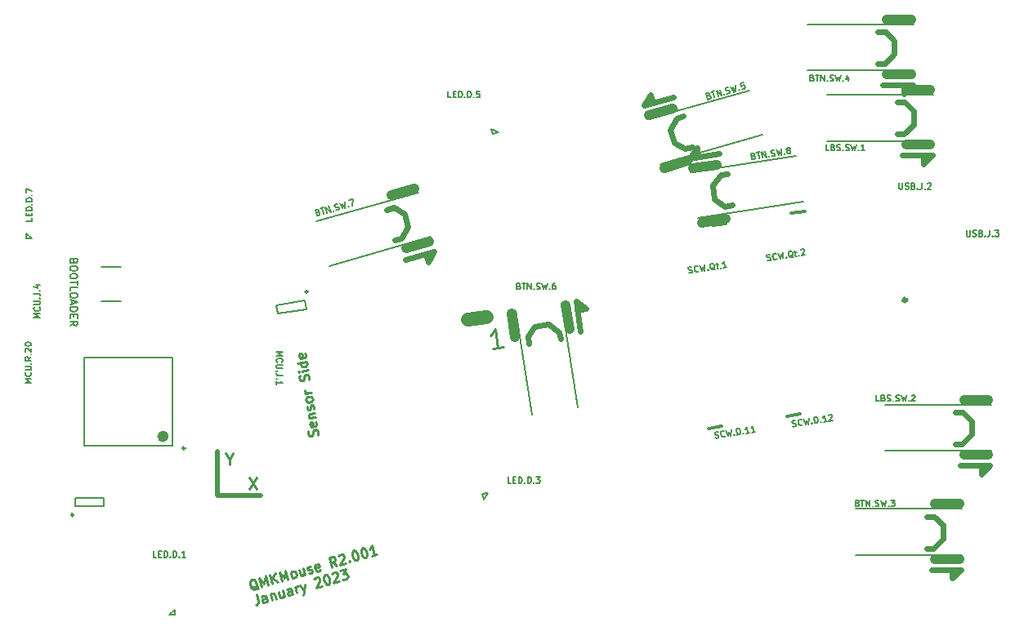
<source format=gbr>
%TF.GenerationSoftware,KiCad,Pcbnew,(6.0.10)*%
%TF.CreationDate,2023-01-19T11:38:05+01:00*%
%TF.ProjectId,QMKMouse,514d4b4d-6f75-4736-952e-6b696361645f,2.001*%
%TF.SameCoordinates,PX5c0b167PY839143b*%
%TF.FileFunction,Legend,Top*%
%TF.FilePolarity,Positive*%
%FSLAX45Y45*%
G04 Gerber Fmt 4.5, Leading zero omitted, Abs format (unit mm)*
G04 Created by KiCad (PCBNEW (6.0.10)) date 2023-01-19 11:38:05*
%MOMM*%
%LPD*%
G01*
G04 APERTURE LIST*
%ADD10C,0.190500*%
%ADD11C,0.250000*%
%ADD12C,0.158750*%
%ADD13C,0.150000*%
%ADD14C,0.254000*%
%ADD15C,0.500000*%
%ADD16C,0.600000*%
%ADD17C,1.000000*%
%ADD18C,0.200000*%
%ADD19C,0.300000*%
%ADD20C,1.400000*%
G04 APERTURE END LIST*
D10*
X655868Y4064074D02*
X652239Y4053189D01*
X648611Y4049560D01*
X641354Y4045931D01*
X630468Y4045931D01*
X623211Y4049560D01*
X619582Y4053189D01*
X615954Y4060446D01*
X615954Y4089474D01*
X692154Y4089474D01*
X692154Y4064074D01*
X688525Y4056817D01*
X684896Y4053189D01*
X677639Y4049560D01*
X670382Y4049560D01*
X663125Y4053189D01*
X659496Y4056817D01*
X655868Y4064074D01*
X655868Y4089474D01*
X692154Y3998760D02*
X692154Y3984246D01*
X688525Y3976989D01*
X681268Y3969731D01*
X666754Y3966103D01*
X641354Y3966103D01*
X626839Y3969731D01*
X619582Y3976989D01*
X615954Y3984246D01*
X615954Y3998760D01*
X619582Y4006017D01*
X626839Y4013274D01*
X641354Y4016903D01*
X666754Y4016903D01*
X681268Y4013274D01*
X688525Y4006017D01*
X692154Y3998760D01*
X692154Y3918931D02*
X692154Y3904417D01*
X688525Y3897160D01*
X681268Y3889903D01*
X666754Y3886274D01*
X641354Y3886274D01*
X626839Y3889903D01*
X619582Y3897160D01*
X615954Y3904417D01*
X615954Y3918931D01*
X619582Y3926189D01*
X626839Y3933446D01*
X641354Y3937074D01*
X666754Y3937074D01*
X681268Y3933446D01*
X688525Y3926189D01*
X692154Y3918931D01*
X692154Y3864503D02*
X692154Y3820960D01*
X615954Y3842731D02*
X692154Y3842731D01*
X615954Y3759274D02*
X615954Y3795560D01*
X692154Y3795560D01*
X692154Y3719360D02*
X692154Y3704846D01*
X688525Y3697589D01*
X681268Y3690331D01*
X666754Y3686703D01*
X641354Y3686703D01*
X626839Y3690331D01*
X619582Y3697589D01*
X615954Y3704846D01*
X615954Y3719360D01*
X619582Y3726617D01*
X626839Y3733874D01*
X641354Y3737503D01*
X666754Y3737503D01*
X681268Y3733874D01*
X688525Y3726617D01*
X692154Y3719360D01*
X637725Y3657674D02*
X637725Y3621389D01*
X615954Y3664931D02*
X692154Y3639531D01*
X615954Y3614131D01*
X615954Y3588731D02*
X692154Y3588731D01*
X692154Y3570589D01*
X688525Y3559703D01*
X681268Y3552446D01*
X674011Y3548817D01*
X659496Y3545189D01*
X648611Y3545189D01*
X634096Y3548817D01*
X626839Y3552446D01*
X619582Y3559703D01*
X615954Y3570589D01*
X615954Y3588731D01*
X655868Y3512531D02*
X655868Y3487131D01*
X615954Y3476246D02*
X615954Y3512531D01*
X692154Y3512531D01*
X692154Y3476246D01*
X615954Y3400046D02*
X652239Y3425446D01*
X615954Y3443589D02*
X692154Y3443589D01*
X692154Y3414560D01*
X688525Y3407303D01*
X684896Y3403674D01*
X677639Y3400046D01*
X666754Y3400046D01*
X659496Y3403674D01*
X655868Y3407303D01*
X652239Y3414560D01*
X652239Y3443589D01*
D11*
X2569881Y669485D02*
X2559417Y671458D01*
X2547650Y678011D01*
X2530000Y687841D01*
X2519536Y689814D01*
X2510376Y687207D01*
X2521474Y665610D02*
X2511010Y667583D01*
X2499243Y674136D01*
X2489449Y691153D01*
X2480324Y723213D01*
X2479690Y742836D01*
X2486243Y754603D01*
X2494100Y761790D01*
X2512420Y767004D01*
X2522883Y765031D01*
X2534650Y758478D01*
X2544444Y741462D01*
X2553569Y709402D01*
X2554203Y689778D01*
X2547650Y678011D01*
X2539794Y670824D01*
X2521474Y665610D01*
X2603914Y689074D02*
X2576540Y785254D01*
X2628153Y725678D01*
X2640660Y803503D01*
X2668034Y707323D01*
X2713834Y720358D02*
X2686460Y816539D01*
X2768795Y736001D02*
X2711932Y779229D01*
X2741420Y832181D02*
X2702103Y761578D01*
X2810015Y747732D02*
X2782641Y843913D01*
X2834254Y784337D01*
X2846761Y862162D01*
X2874135Y765982D01*
X2933675Y782928D02*
X2923211Y784900D01*
X2917328Y788177D01*
X2910141Y796033D01*
X2902320Y823514D01*
X2904293Y833977D01*
X2907569Y839861D01*
X2915426Y847048D01*
X2929166Y850958D01*
X2939629Y848985D01*
X2945513Y845709D01*
X2952700Y837852D01*
X2960521Y810372D01*
X2958548Y799909D01*
X2955272Y794025D01*
X2947415Y786838D01*
X2933675Y782928D01*
X3029926Y879636D02*
X3048175Y815516D01*
X2988706Y867904D02*
X3003045Y817524D01*
X3010232Y809668D01*
X3020695Y807695D01*
X3034435Y811605D01*
X3042292Y818792D01*
X3045568Y824676D01*
X3088092Y831828D02*
X3098556Y829855D01*
X3116876Y835069D01*
X3124732Y842256D01*
X3126705Y852719D01*
X3125402Y857299D01*
X3118215Y865156D01*
X3107751Y867129D01*
X3094011Y863218D01*
X3083547Y865191D01*
X3076360Y873048D01*
X3075057Y877628D01*
X3077030Y888091D01*
X3084886Y895278D01*
X3098626Y899189D01*
X3109090Y897216D01*
X3207172Y865719D02*
X3199316Y858532D01*
X3180996Y853318D01*
X3170532Y855291D01*
X3163345Y863148D01*
X3152917Y899788D01*
X3154890Y910251D01*
X3162746Y917438D01*
X3181067Y922652D01*
X3191530Y920679D01*
X3198717Y912823D01*
X3201324Y903663D01*
X3158131Y881468D01*
X3382517Y910673D02*
X3337421Y947349D01*
X3327556Y895031D02*
X3300182Y991211D01*
X3336822Y1001640D01*
X3347286Y999667D01*
X3353170Y996390D01*
X3360357Y988534D01*
X3364267Y974794D01*
X3362294Y964330D01*
X3359018Y958446D01*
X3351161Y951259D01*
X3314521Y940831D01*
X3394390Y1008122D02*
X3397666Y1014005D01*
X3405523Y1021192D01*
X3428423Y1027710D01*
X3438886Y1025737D01*
X3444770Y1022461D01*
X3451957Y1014604D01*
X3454564Y1005444D01*
X3453895Y990401D01*
X3414577Y919798D01*
X3474117Y936744D01*
X3512730Y957636D02*
X3518614Y954359D01*
X3515337Y948476D01*
X3509454Y951752D01*
X3512730Y957636D01*
X3515337Y948476D01*
X3552083Y1062906D02*
X3561243Y1065513D01*
X3571707Y1063540D01*
X3577590Y1060263D01*
X3584777Y1052407D01*
X3594572Y1035390D01*
X3601089Y1012490D01*
X3601723Y992866D01*
X3599750Y982403D01*
X3596474Y976519D01*
X3588617Y969332D01*
X3579457Y966725D01*
X3568994Y968698D01*
X3563110Y971975D01*
X3555923Y979831D01*
X3546129Y996848D01*
X3539611Y1019748D01*
X3538977Y1039371D01*
X3540950Y1049835D01*
X3544227Y1055718D01*
X3552083Y1062906D01*
X3643684Y1088976D02*
X3652844Y1091583D01*
X3663307Y1089610D01*
X3669191Y1086334D01*
X3676378Y1078477D01*
X3686172Y1061461D01*
X3692690Y1038560D01*
X3693324Y1018937D01*
X3691351Y1008473D01*
X3688074Y1002590D01*
X3680218Y995403D01*
X3671058Y992796D01*
X3660594Y994769D01*
X3654711Y998045D01*
X3647523Y1005902D01*
X3637729Y1022918D01*
X3631212Y1045818D01*
X3630578Y1065442D01*
X3632551Y1075905D01*
X3635827Y1081789D01*
X3643684Y1088976D01*
X3794718Y1027991D02*
X3739758Y1012349D01*
X3767238Y1020170D02*
X3739864Y1116350D01*
X3734614Y1100003D01*
X3728061Y1088236D01*
X3720205Y1081049D01*
X2547332Y609547D02*
X2566885Y540847D01*
X2566215Y525803D01*
X2559662Y514036D01*
X2547226Y505545D01*
X2538066Y502938D01*
X2661726Y538134D02*
X2647387Y588514D01*
X2640200Y596370D01*
X2629737Y598343D01*
X2611417Y593129D01*
X2603560Y585942D01*
X2660423Y542714D02*
X2652566Y535527D01*
X2629666Y529009D01*
X2619203Y530982D01*
X2612016Y538839D01*
X2609408Y547999D01*
X2611381Y558462D01*
X2619238Y565649D01*
X2642138Y572167D01*
X2649995Y579354D01*
X2689277Y615289D02*
X2707526Y551169D01*
X2691884Y606129D02*
X2695161Y612013D01*
X2703017Y619200D01*
X2716757Y623110D01*
X2727221Y621137D01*
X2734408Y613281D01*
X2748747Y562901D01*
X2817517Y651788D02*
X2835767Y587668D01*
X2776297Y640056D02*
X2790636Y589676D01*
X2797823Y581820D01*
X2808287Y579847D01*
X2822027Y583757D01*
X2829883Y590944D01*
X2833160Y596828D01*
X2922787Y612435D02*
X2908448Y662815D01*
X2901261Y670672D01*
X2890798Y672645D01*
X2872478Y667430D01*
X2864621Y660243D01*
X2921484Y617015D02*
X2913627Y609828D01*
X2890727Y603310D01*
X2880263Y605283D01*
X2873076Y613140D01*
X2870469Y622300D01*
X2872442Y632763D01*
X2880299Y639950D01*
X2903199Y646468D01*
X2911055Y653655D01*
X2968587Y625470D02*
X2950338Y689590D01*
X2955552Y671270D02*
X2957525Y681734D01*
X2960801Y687617D01*
X2968658Y694805D01*
X2977818Y697412D01*
X3000718Y703929D02*
X3041868Y646327D01*
X3046518Y716964D02*
X3041868Y646327D01*
X3039225Y620819D01*
X3035949Y614936D01*
X3028092Y607749D01*
X3145341Y769846D02*
X3148617Y775729D01*
X3156474Y782916D01*
X3179374Y789434D01*
X3189838Y787461D01*
X3195721Y784184D01*
X3202908Y776328D01*
X3205515Y767168D01*
X3204846Y752124D01*
X3165528Y681522D01*
X3225068Y698468D01*
X3257234Y811594D02*
X3266394Y814201D01*
X3276858Y812228D01*
X3282741Y808952D01*
X3289929Y801095D01*
X3299723Y784078D01*
X3306240Y761178D01*
X3306874Y741555D01*
X3304901Y731091D01*
X3301625Y725208D01*
X3293768Y718021D01*
X3284608Y715414D01*
X3274145Y717387D01*
X3268261Y720663D01*
X3261074Y728520D01*
X3251280Y745536D01*
X3244762Y768436D01*
X3244128Y788060D01*
X3246101Y798523D01*
X3249378Y804407D01*
X3257234Y811594D01*
X3328542Y821987D02*
X3331818Y827870D01*
X3339675Y835057D01*
X3362575Y841575D01*
X3373038Y839602D01*
X3378922Y836326D01*
X3386109Y828469D01*
X3388716Y819309D01*
X3388046Y804265D01*
X3348729Y733663D01*
X3408269Y750609D01*
X3412955Y855914D02*
X3472495Y872860D01*
X3450863Y827095D01*
X3464603Y831005D01*
X3475067Y829033D01*
X3480950Y825756D01*
X3488137Y817900D01*
X3494655Y794999D01*
X3492682Y784536D01*
X3489406Y778652D01*
X3481549Y771465D01*
X3454069Y763644D01*
X3443605Y765617D01*
X3437722Y768894D01*
D12*
%TO.C,MCU.J.1*%
X2754904Y3129876D02*
X2818404Y3129876D01*
X2773047Y3108709D01*
X2818404Y3087543D01*
X2754904Y3087543D01*
X2760952Y3021019D02*
X2757928Y3024043D01*
X2754904Y3033114D01*
X2754904Y3039162D01*
X2757928Y3048233D01*
X2763976Y3054281D01*
X2770023Y3057304D01*
X2782119Y3060328D01*
X2791190Y3060328D01*
X2803285Y3057304D01*
X2809333Y3054281D01*
X2815380Y3048233D01*
X2818404Y3039162D01*
X2818404Y3033114D01*
X2815380Y3024043D01*
X2812357Y3021019D01*
X2818404Y2993804D02*
X2767000Y2993804D01*
X2760952Y2990781D01*
X2757928Y2987757D01*
X2754904Y2981709D01*
X2754904Y2969614D01*
X2757928Y2963566D01*
X2760952Y2960543D01*
X2767000Y2957519D01*
X2818404Y2957519D01*
X2760952Y2927281D02*
X2757928Y2924257D01*
X2754904Y2927281D01*
X2757928Y2930304D01*
X2760952Y2927281D01*
X2754904Y2927281D01*
X2818404Y2878900D02*
X2773047Y2878900D01*
X2763976Y2881924D01*
X2757928Y2887971D01*
X2754904Y2897043D01*
X2754904Y2903090D01*
X2760952Y2848662D02*
X2757928Y2845638D01*
X2754904Y2848662D01*
X2757928Y2851685D01*
X2760952Y2848662D01*
X2754904Y2848662D01*
X2754904Y2785162D02*
X2754904Y2821447D01*
X2754904Y2803304D02*
X2818404Y2803304D01*
X2809333Y2809352D01*
X2803285Y2815400D01*
X2800261Y2821447D01*
D13*
%TO.C,HOLE.1*%
D12*
%TO.C,USB.J.3*%
X9905371Y4388404D02*
X9905371Y4336999D01*
X9908395Y4330952D01*
X9911419Y4327928D01*
X9917466Y4324904D01*
X9929562Y4324904D01*
X9935609Y4327928D01*
X9938633Y4330952D01*
X9941657Y4336999D01*
X9941657Y4388404D01*
X9968871Y4327928D02*
X9977943Y4324904D01*
X9993062Y4324904D01*
X9999109Y4327928D01*
X10002133Y4330952D01*
X10005157Y4336999D01*
X10005157Y4343047D01*
X10002133Y4349095D01*
X9999109Y4352118D01*
X9993062Y4355142D01*
X9980966Y4358166D01*
X9974919Y4361190D01*
X9971895Y4364214D01*
X9968871Y4370261D01*
X9968871Y4376309D01*
X9971895Y4382356D01*
X9974919Y4385380D01*
X9980966Y4388404D01*
X9996085Y4388404D01*
X10005157Y4385380D01*
X10053538Y4358166D02*
X10062609Y4355142D01*
X10065633Y4352118D01*
X10068657Y4346071D01*
X10068657Y4336999D01*
X10065633Y4330952D01*
X10062609Y4327928D01*
X10056562Y4324904D01*
X10032371Y4324904D01*
X10032371Y4388404D01*
X10053538Y4388404D01*
X10059585Y4385380D01*
X10062609Y4382357D01*
X10065633Y4376309D01*
X10065633Y4370261D01*
X10062609Y4364214D01*
X10059585Y4361190D01*
X10053538Y4358166D01*
X10032371Y4358166D01*
X10095871Y4330952D02*
X10098895Y4327928D01*
X10095871Y4324904D01*
X10092847Y4327928D01*
X10095871Y4330952D01*
X10095871Y4324904D01*
X10144252Y4388404D02*
X10144252Y4343047D01*
X10141228Y4333976D01*
X10135181Y4327928D01*
X10126109Y4324904D01*
X10120062Y4324904D01*
X10174490Y4330952D02*
X10177514Y4327928D01*
X10174490Y4324904D01*
X10171466Y4327928D01*
X10174490Y4330952D01*
X10174490Y4324904D01*
X10198681Y4388404D02*
X10237990Y4388404D01*
X10216823Y4364214D01*
X10225895Y4364214D01*
X10231942Y4361190D01*
X10234966Y4358166D01*
X10237990Y4352119D01*
X10237990Y4337000D01*
X10234966Y4330952D01*
X10231943Y4327928D01*
X10225895Y4324904D01*
X10207752Y4324904D01*
X10201704Y4327928D01*
X10198681Y4330952D01*
D14*
%TO.C,MCH.LOGO.2*%
X2267939Y2012857D02*
X2267939Y1955714D01*
X2227939Y2075714D02*
X2267939Y2012857D01*
X2307939Y2075714D01*
X2473653Y1825714D02*
X2553653Y1705714D01*
X2553653Y1825714D02*
X2473653Y1705714D01*
D12*
%TO.C,LBS.SW.2*%
X9000527Y2614904D02*
X8970289Y2614904D01*
X8970289Y2678404D01*
X9042861Y2648166D02*
X9051932Y2645143D01*
X9054956Y2642119D01*
X9057980Y2636071D01*
X9057980Y2627000D01*
X9054956Y2620952D01*
X9051932Y2617928D01*
X9045885Y2614904D01*
X9021694Y2614904D01*
X9021694Y2678404D01*
X9042861Y2678404D01*
X9048908Y2675381D01*
X9051932Y2672357D01*
X9054956Y2666309D01*
X9054956Y2660262D01*
X9051932Y2654214D01*
X9048908Y2651190D01*
X9042861Y2648166D01*
X9021694Y2648166D01*
X9082170Y2617928D02*
X9091242Y2614904D01*
X9106361Y2614904D01*
X9112408Y2617928D01*
X9115432Y2620952D01*
X9118456Y2627000D01*
X9118456Y2633047D01*
X9115432Y2639095D01*
X9112408Y2642119D01*
X9106361Y2645143D01*
X9094266Y2648166D01*
X9088218Y2651190D01*
X9085194Y2654214D01*
X9082170Y2660262D01*
X9082170Y2666309D01*
X9085194Y2672357D01*
X9088218Y2675381D01*
X9094266Y2678404D01*
X9109385Y2678404D01*
X9118456Y2675381D01*
X9145670Y2620952D02*
X9148694Y2617928D01*
X9145670Y2614904D01*
X9142647Y2617928D01*
X9145670Y2620952D01*
X9145670Y2614904D01*
X9172885Y2617928D02*
X9181956Y2614904D01*
X9197075Y2614904D01*
X9203123Y2617928D01*
X9206147Y2620952D01*
X9209170Y2627000D01*
X9209170Y2633047D01*
X9206147Y2639095D01*
X9203123Y2642119D01*
X9197075Y2645143D01*
X9184980Y2648166D01*
X9178932Y2651190D01*
X9175908Y2654214D01*
X9172885Y2660262D01*
X9172885Y2666309D01*
X9175908Y2672357D01*
X9178932Y2675381D01*
X9184980Y2678404D01*
X9200099Y2678404D01*
X9209170Y2675381D01*
X9230337Y2678404D02*
X9245456Y2614904D01*
X9257551Y2660262D01*
X9269647Y2614904D01*
X9284766Y2678404D01*
X9308956Y2620952D02*
X9311980Y2617928D01*
X9308956Y2614904D01*
X9305932Y2617928D01*
X9308956Y2620952D01*
X9308956Y2614904D01*
X9336170Y2672357D02*
X9339194Y2675381D01*
X9345242Y2678404D01*
X9360361Y2678404D01*
X9366408Y2675381D01*
X9369432Y2672357D01*
X9372456Y2666309D01*
X9372456Y2660262D01*
X9369432Y2651190D01*
X9333147Y2614904D01*
X9372456Y2614904D01*
%TO.C,BTN.SW.6*%
X5265018Y3808166D02*
X5274090Y3805142D01*
X5277114Y3802118D01*
X5280137Y3796071D01*
X5280137Y3786999D01*
X5277114Y3780952D01*
X5274090Y3777928D01*
X5268042Y3774904D01*
X5243852Y3774904D01*
X5243852Y3838404D01*
X5265018Y3838404D01*
X5271066Y3835380D01*
X5274090Y3832357D01*
X5277114Y3826309D01*
X5277114Y3820261D01*
X5274090Y3814214D01*
X5271066Y3811190D01*
X5265018Y3808166D01*
X5243852Y3808166D01*
X5298280Y3838404D02*
X5334566Y3838404D01*
X5316423Y3774904D02*
X5316423Y3838404D01*
X5355733Y3774904D02*
X5355733Y3838404D01*
X5392018Y3774904D01*
X5392018Y3838404D01*
X5422256Y3780952D02*
X5425280Y3777928D01*
X5422256Y3774904D01*
X5419233Y3777928D01*
X5422256Y3780952D01*
X5422256Y3774904D01*
X5449471Y3777928D02*
X5458542Y3774904D01*
X5473661Y3774904D01*
X5479709Y3777928D01*
X5482733Y3780952D01*
X5485756Y3786999D01*
X5485756Y3793047D01*
X5482733Y3799095D01*
X5479709Y3802118D01*
X5473661Y3805142D01*
X5461566Y3808166D01*
X5455518Y3811190D01*
X5452494Y3814214D01*
X5449471Y3820261D01*
X5449471Y3826309D01*
X5452494Y3832357D01*
X5455518Y3835380D01*
X5461566Y3838404D01*
X5476685Y3838404D01*
X5485756Y3835380D01*
X5506923Y3838404D02*
X5522042Y3774904D01*
X5534137Y3820261D01*
X5546233Y3774904D01*
X5561352Y3838404D01*
X5585542Y3780952D02*
X5588566Y3777928D01*
X5585542Y3774904D01*
X5582518Y3777928D01*
X5585542Y3780952D01*
X5585542Y3774904D01*
X5642994Y3838404D02*
X5630899Y3838404D01*
X5624851Y3835380D01*
X5621828Y3832357D01*
X5615780Y3823285D01*
X5612756Y3811190D01*
X5612756Y3786999D01*
X5615780Y3780952D01*
X5618804Y3777928D01*
X5624851Y3774904D01*
X5636947Y3774904D01*
X5642994Y3777928D01*
X5646018Y3780952D01*
X5649042Y3786999D01*
X5649042Y3802118D01*
X5646018Y3808166D01*
X5642994Y3811190D01*
X5636947Y3814214D01*
X5624851Y3814214D01*
X5618804Y3811190D01*
X5615780Y3808166D01*
X5612756Y3802118D01*
%TO.C,MCU.J.4*%
X305095Y3481487D02*
X241595Y3481487D01*
X286953Y3502653D01*
X241595Y3523820D01*
X305095Y3523820D01*
X299048Y3590344D02*
X302072Y3587320D01*
X305095Y3578249D01*
X305095Y3572201D01*
X302072Y3563130D01*
X296024Y3557082D01*
X289976Y3554058D01*
X277881Y3551034D01*
X268810Y3551034D01*
X256714Y3554058D01*
X250667Y3557082D01*
X244619Y3563130D01*
X241595Y3572201D01*
X241595Y3578249D01*
X244619Y3587320D01*
X247643Y3590344D01*
X241595Y3617558D02*
X293000Y3617558D01*
X299048Y3620582D01*
X302072Y3623606D01*
X305095Y3629653D01*
X305095Y3641749D01*
X302072Y3647796D01*
X299048Y3650820D01*
X293000Y3653844D01*
X241595Y3653844D01*
X299048Y3684082D02*
X302072Y3687106D01*
X305095Y3684082D01*
X302072Y3681058D01*
X299048Y3684082D01*
X305095Y3684082D01*
X241595Y3732463D02*
X286953Y3732463D01*
X296024Y3729439D01*
X302072Y3723392D01*
X305095Y3714320D01*
X305095Y3708273D01*
X299048Y3762701D02*
X302072Y3765725D01*
X305095Y3762701D01*
X302072Y3759677D01*
X299048Y3762701D01*
X305095Y3762701D01*
X262762Y3820153D02*
X305095Y3820153D01*
X238572Y3805034D02*
X283929Y3789915D01*
X283929Y3829225D01*
%TO.C,USB.J.2*%
X9205019Y4878404D02*
X9205019Y4826999D01*
X9208043Y4820952D01*
X9211067Y4817928D01*
X9217115Y4814904D01*
X9229210Y4814904D01*
X9235257Y4817928D01*
X9238281Y4820952D01*
X9241305Y4826999D01*
X9241305Y4878404D01*
X9268519Y4817928D02*
X9277591Y4814904D01*
X9292710Y4814904D01*
X9298757Y4817928D01*
X9301781Y4820952D01*
X9304805Y4826999D01*
X9304805Y4833047D01*
X9301781Y4839095D01*
X9298757Y4842118D01*
X9292710Y4845142D01*
X9280614Y4848166D01*
X9274567Y4851190D01*
X9271543Y4854214D01*
X9268519Y4860261D01*
X9268519Y4866309D01*
X9271543Y4872357D01*
X9274567Y4875380D01*
X9280614Y4878404D01*
X9295733Y4878404D01*
X9304805Y4875380D01*
X9353186Y4848166D02*
X9362257Y4845142D01*
X9365281Y4842119D01*
X9368305Y4836071D01*
X9368305Y4827000D01*
X9365281Y4820952D01*
X9362257Y4817928D01*
X9356210Y4814904D01*
X9332019Y4814904D01*
X9332019Y4878404D01*
X9353186Y4878404D01*
X9359233Y4875380D01*
X9362257Y4872357D01*
X9365281Y4866309D01*
X9365281Y4860261D01*
X9362257Y4854214D01*
X9359234Y4851190D01*
X9353186Y4848166D01*
X9332019Y4848166D01*
X9395519Y4820952D02*
X9398543Y4817928D01*
X9395519Y4814904D01*
X9392495Y4817928D01*
X9395519Y4820952D01*
X9395519Y4814904D01*
X9443900Y4878404D02*
X9443900Y4833047D01*
X9440876Y4823976D01*
X9434829Y4817928D01*
X9425757Y4814904D01*
X9419710Y4814904D01*
X9474138Y4820952D02*
X9477162Y4817928D01*
X9474138Y4814904D01*
X9471115Y4817928D01*
X9474138Y4820952D01*
X9474138Y4814904D01*
X9501353Y4872357D02*
X9504376Y4875381D01*
X9510424Y4878404D01*
X9525543Y4878405D01*
X9531591Y4875381D01*
X9534614Y4872357D01*
X9537638Y4866309D01*
X9537638Y4860262D01*
X9534614Y4851190D01*
X9498329Y4814904D01*
X9537638Y4814905D01*
%TO.C,BTN.SW.8*%
X7698208Y5158155D02*
X7707638Y5156569D01*
X7711093Y5154049D01*
X7715014Y5148541D01*
X7716416Y5139578D01*
X7714363Y5133136D01*
X7711842Y5129681D01*
X7706334Y5125760D01*
X7682434Y5122023D01*
X7672625Y5184760D01*
X7693537Y5188030D01*
X7699979Y5185977D01*
X7703434Y5183457D01*
X7707356Y5177949D01*
X7708290Y5171974D01*
X7706237Y5165532D01*
X7703716Y5162077D01*
X7698208Y5158155D01*
X7677296Y5154885D01*
X7726400Y5193169D02*
X7762250Y5198774D01*
X7754135Y5133234D02*
X7744325Y5195972D01*
X7792972Y5139307D02*
X7783162Y5202044D01*
X7828822Y5144912D01*
X7819012Y5207650D01*
X7857763Y5155558D02*
X7861218Y5153038D01*
X7858697Y5149583D01*
X7855243Y5152104D01*
X7857763Y5155558D01*
X7858697Y5149583D01*
X7885118Y5156775D02*
X7894547Y5155189D01*
X7909485Y5157525D01*
X7914993Y5161447D01*
X7917513Y5164901D01*
X7919566Y5171343D01*
X7918632Y5177318D01*
X7914710Y5182826D01*
X7911256Y5185347D01*
X7904814Y5187400D01*
X7892396Y5188519D01*
X7885954Y5190572D01*
X7882500Y5193092D01*
X7878578Y5198600D01*
X7877644Y5204575D01*
X7879697Y5211017D01*
X7882217Y5214472D01*
X7887725Y5218394D01*
X7902663Y5220730D01*
X7912092Y5219143D01*
X7932538Y5225401D02*
X7957285Y5164999D01*
X7962228Y5211680D01*
X7981185Y5168736D01*
X7986313Y5233809D01*
X8019089Y5180784D02*
X8022543Y5178263D01*
X8020023Y5174809D01*
X8016568Y5177329D01*
X8019089Y5180784D01*
X8020023Y5174809D01*
X8053255Y5216731D02*
X8046813Y5218785D01*
X8043358Y5221305D01*
X8039436Y5226813D01*
X8038969Y5229800D01*
X8041022Y5236243D01*
X8043543Y5239697D01*
X8049051Y5243619D01*
X8061001Y5245488D01*
X8067443Y5243434D01*
X8070897Y5240914D01*
X8074819Y5235406D01*
X8075286Y5232419D01*
X8073233Y5225976D01*
X8070713Y5222522D01*
X8065205Y5218600D01*
X8053255Y5216731D01*
X8047747Y5212810D01*
X8045227Y5209355D01*
X8043173Y5202913D01*
X8045042Y5190963D01*
X8048964Y5185455D01*
X8052418Y5182935D01*
X8058860Y5180881D01*
X8070810Y5182750D01*
X8076318Y5186672D01*
X8078839Y5190126D01*
X8080892Y5196568D01*
X8079023Y5208518D01*
X8075102Y5214026D01*
X8071647Y5216547D01*
X8065205Y5218600D01*
%TO.C,BTN.SW.7*%
X3184791Y4575380D02*
X3194343Y4574955D01*
X3198079Y4572875D01*
X3202643Y4567886D01*
X3205126Y4559161D01*
X3203874Y4552517D01*
X3201793Y4548780D01*
X3196804Y4544217D01*
X3173538Y4537595D01*
X3156155Y4598669D01*
X3176513Y4604463D01*
X3183158Y4603211D01*
X3186894Y4601130D01*
X3191457Y4596141D01*
X3193113Y4590325D01*
X3191860Y4583680D01*
X3189780Y4579944D01*
X3184791Y4575380D01*
X3164432Y4569586D01*
X3208505Y4613569D02*
X3243404Y4623502D01*
X3243337Y4557461D02*
X3225955Y4618535D01*
X3281145Y4568221D02*
X3263763Y4629296D01*
X3316045Y4578154D01*
X3298662Y4639229D01*
X3343472Y4592248D02*
X3347209Y4590168D01*
X3345128Y4586431D01*
X3341392Y4588512D01*
X3343472Y4592248D01*
X3345128Y4586431D01*
X3370475Y4596789D02*
X3380028Y4596364D01*
X3394569Y4600503D01*
X3399558Y4605067D01*
X3401639Y4608803D01*
X3402891Y4615447D01*
X3401236Y4621264D01*
X3396672Y4626253D01*
X3392936Y4628333D01*
X3386292Y4629586D01*
X3373831Y4629184D01*
X3367186Y4630436D01*
X3363450Y4632517D01*
X3358887Y4637506D01*
X3357231Y4643322D01*
X3358484Y4649967D01*
X3360565Y4653703D01*
X3365553Y4658267D01*
X3380095Y4662405D01*
X3389648Y4661980D01*
X3409178Y4670683D02*
X3441102Y4613747D01*
X3440319Y4660683D01*
X3464369Y4620369D01*
X3461528Y4685582D01*
X3500521Y4636946D02*
X3504257Y4634866D01*
X3502177Y4631129D01*
X3498441Y4633210D01*
X3500521Y4636946D01*
X3502177Y4631129D01*
X3508061Y4698826D02*
X3548777Y4710414D01*
X3539985Y4641890D01*
%TO.C,BTN.SW.3*%
X8775856Y1558166D02*
X8784927Y1555142D01*
X8787951Y1552118D01*
X8790975Y1546071D01*
X8790975Y1536999D01*
X8787951Y1530952D01*
X8784927Y1527928D01*
X8778880Y1524904D01*
X8754689Y1524904D01*
X8754689Y1588404D01*
X8775856Y1588404D01*
X8781903Y1585380D01*
X8784927Y1582357D01*
X8787951Y1576309D01*
X8787951Y1570261D01*
X8784927Y1564214D01*
X8781903Y1561190D01*
X8775856Y1558166D01*
X8754689Y1558166D01*
X8809118Y1588404D02*
X8845403Y1588404D01*
X8827261Y1524904D02*
X8827261Y1588404D01*
X8866570Y1524904D02*
X8866570Y1588404D01*
X8902856Y1524904D01*
X8902856Y1588404D01*
X8933094Y1530952D02*
X8936118Y1527928D01*
X8933094Y1524904D01*
X8930070Y1527928D01*
X8933094Y1530952D01*
X8933094Y1524904D01*
X8960308Y1527928D02*
X8969380Y1524904D01*
X8984499Y1524904D01*
X8990546Y1527928D01*
X8993570Y1530952D01*
X8996594Y1536999D01*
X8996594Y1543047D01*
X8993570Y1549095D01*
X8990546Y1552118D01*
X8984499Y1555142D01*
X8972403Y1558166D01*
X8966356Y1561190D01*
X8963332Y1564214D01*
X8960308Y1570261D01*
X8960308Y1576309D01*
X8963332Y1582357D01*
X8966356Y1585380D01*
X8972403Y1588404D01*
X8987522Y1588404D01*
X8996594Y1585380D01*
X9017761Y1588404D02*
X9032880Y1524904D01*
X9044975Y1570261D01*
X9057070Y1524904D01*
X9072189Y1588404D01*
X9096380Y1530952D02*
X9099403Y1527928D01*
X9096380Y1524904D01*
X9093356Y1527928D01*
X9096380Y1530952D01*
X9096380Y1524904D01*
X9120570Y1588404D02*
X9159880Y1588404D01*
X9138713Y1564214D01*
X9147784Y1564214D01*
X9153832Y1561190D01*
X9156856Y1558166D01*
X9159880Y1552118D01*
X9159880Y1536999D01*
X9156856Y1530952D01*
X9153832Y1527928D01*
X9147784Y1524904D01*
X9129641Y1524904D01*
X9123594Y1527928D01*
X9120570Y1530952D01*
%TO.C,SCW.D.12*%
X8105192Y2353951D02*
X8114621Y2352365D01*
X8129559Y2354700D01*
X8135067Y2358622D01*
X8137587Y2362077D01*
X8139640Y2368519D01*
X8138706Y2374494D01*
X8134784Y2380002D01*
X8131330Y2382522D01*
X8124888Y2384575D01*
X8112470Y2385694D01*
X8106028Y2387748D01*
X8102574Y2390268D01*
X8098652Y2395776D01*
X8097718Y2401751D01*
X8099771Y2408193D01*
X8102291Y2411648D01*
X8107799Y2415569D01*
X8122737Y2417905D01*
X8132166Y2416319D01*
X8203312Y2372354D02*
X8200792Y2368899D01*
X8192297Y2364510D01*
X8186322Y2363576D01*
X8176892Y2365162D01*
X8169983Y2370203D01*
X8166061Y2375710D01*
X8161205Y2387193D01*
X8159803Y2396156D01*
X8160922Y2408573D01*
X8162976Y2415015D01*
X8168016Y2421924D01*
X8176512Y2426313D01*
X8182487Y2427248D01*
X8191916Y2425662D01*
X8195371Y2423141D01*
X8215349Y2432386D02*
X8240097Y2371984D01*
X8245040Y2418665D01*
X8263997Y2375721D01*
X8269125Y2440795D01*
X8301900Y2387769D02*
X8305355Y2385249D01*
X8302834Y2381794D01*
X8299380Y2384314D01*
X8301900Y2387769D01*
X8302834Y2381794D01*
X8332709Y2386465D02*
X8322900Y2449203D01*
X8337837Y2451539D01*
X8347267Y2449952D01*
X8354176Y2444912D01*
X8358098Y2439404D01*
X8362954Y2427921D01*
X8364355Y2418958D01*
X8363236Y2406541D01*
X8361183Y2400099D01*
X8356142Y2393190D01*
X8347647Y2388801D01*
X8332709Y2386465D01*
X8394513Y2402250D02*
X8397968Y2399730D01*
X8395447Y2396275D01*
X8391993Y2398795D01*
X8394513Y2402250D01*
X8395447Y2396275D01*
X8458185Y2406085D02*
X8422335Y2400479D01*
X8440260Y2403282D02*
X8430450Y2466020D01*
X8425877Y2456123D01*
X8420836Y2449214D01*
X8415328Y2445292D01*
X8473210Y2466585D02*
X8475730Y2470039D01*
X8481238Y2473961D01*
X8496175Y2476297D01*
X8502617Y2474243D01*
X8506072Y2471723D01*
X8509994Y2466215D01*
X8510928Y2460240D01*
X8509342Y2450810D01*
X8479098Y2409355D01*
X8517935Y2415427D01*
%TO.C,LED.D.7*%
X224787Y4515871D02*
X224787Y4485633D01*
X161287Y4485633D01*
X191525Y4537037D02*
X191525Y4558204D01*
X224787Y4567276D02*
X224787Y4537037D01*
X161287Y4537037D01*
X161287Y4567276D01*
X224787Y4594490D02*
X161287Y4594490D01*
X161287Y4609609D01*
X164311Y4618680D01*
X170359Y4624728D01*
X176406Y4627752D01*
X188501Y4630776D01*
X197573Y4630776D01*
X209668Y4627752D01*
X215716Y4624728D01*
X221763Y4618680D01*
X224787Y4609609D01*
X224787Y4594490D01*
X218739Y4657990D02*
X221763Y4661014D01*
X224787Y4657990D01*
X221763Y4654966D01*
X218739Y4657990D01*
X224787Y4657990D01*
X224787Y4688228D02*
X161287Y4688228D01*
X161287Y4703347D01*
X164311Y4712418D01*
X170359Y4718466D01*
X176406Y4721490D01*
X188501Y4724514D01*
X197573Y4724514D01*
X209668Y4721490D01*
X215716Y4718466D01*
X221763Y4712418D01*
X224787Y4703347D01*
X224787Y4688228D01*
X218739Y4751728D02*
X221763Y4754752D01*
X224787Y4751728D01*
X221763Y4748704D01*
X218739Y4751728D01*
X224787Y4751728D01*
X161287Y4775918D02*
X161287Y4818252D01*
X224787Y4791037D01*
D13*
%TO.C,HOLE.2*%
D12*
%TO.C,LED.D.5*%
X4564857Y5765565D02*
X4534619Y5765565D01*
X4534619Y5829065D01*
X4586024Y5798827D02*
X4607191Y5798827D01*
X4616262Y5765565D02*
X4586024Y5765565D01*
X4586024Y5829065D01*
X4616262Y5829065D01*
X4643476Y5765565D02*
X4643476Y5829065D01*
X4658595Y5829065D01*
X4667667Y5826041D01*
X4673714Y5819994D01*
X4676738Y5813946D01*
X4679762Y5801851D01*
X4679762Y5792779D01*
X4676738Y5780684D01*
X4673714Y5774637D01*
X4667667Y5768589D01*
X4658595Y5765565D01*
X4643476Y5765565D01*
X4706976Y5771613D02*
X4710000Y5768589D01*
X4706976Y5765565D01*
X4703952Y5768589D01*
X4706976Y5771613D01*
X4706976Y5765565D01*
X4737214Y5765565D02*
X4737214Y5829065D01*
X4752333Y5829065D01*
X4761405Y5826041D01*
X4767452Y5819994D01*
X4770476Y5813946D01*
X4773500Y5801851D01*
X4773500Y5792779D01*
X4770476Y5780684D01*
X4767452Y5774637D01*
X4761405Y5768589D01*
X4752333Y5765565D01*
X4737214Y5765565D01*
X4800714Y5771613D02*
X4803738Y5768589D01*
X4800714Y5765565D01*
X4797691Y5768589D01*
X4800714Y5771613D01*
X4800714Y5765565D01*
X4861191Y5829065D02*
X4830952Y5829065D01*
X4827929Y5798827D01*
X4830952Y5801851D01*
X4837000Y5804875D01*
X4852119Y5804875D01*
X4858167Y5801851D01*
X4861191Y5798827D01*
X4864214Y5792779D01*
X4864214Y5777660D01*
X4861191Y5771613D01*
X4858167Y5768589D01*
X4852119Y5765565D01*
X4837000Y5765565D01*
X4830952Y5768589D01*
X4827929Y5771613D01*
%TO.C,SCW.Qt.2*%
X7841157Y4074883D02*
X7850586Y4073297D01*
X7865524Y4075633D01*
X7871032Y4079555D01*
X7873552Y4083009D01*
X7875605Y4089452D01*
X7874671Y4095427D01*
X7870749Y4100934D01*
X7867295Y4103455D01*
X7860853Y4105508D01*
X7848435Y4106627D01*
X7841993Y4108680D01*
X7838539Y4111201D01*
X7834617Y4116709D01*
X7833683Y4122684D01*
X7835736Y4129126D01*
X7838256Y4132580D01*
X7843764Y4136502D01*
X7858702Y4138838D01*
X7868131Y4137252D01*
X7939277Y4093286D02*
X7936757Y4089832D01*
X7928262Y4085443D01*
X7922287Y4084509D01*
X7912857Y4086095D01*
X7905948Y4091135D01*
X7902026Y4096643D01*
X7897170Y4108126D01*
X7895768Y4117089D01*
X7896887Y4129506D01*
X7898941Y4135948D01*
X7903981Y4142857D01*
X7912477Y4147246D01*
X7918452Y4148180D01*
X7927881Y4146594D01*
X7931336Y4144074D01*
X7951314Y4153319D02*
X7976062Y4092917D01*
X7981005Y4139598D01*
X7999962Y4096654D01*
X8005090Y4161727D01*
X8037865Y4108702D02*
X8041320Y4106181D01*
X8038799Y4102727D01*
X8035345Y4105247D01*
X8037865Y4108702D01*
X8038799Y4102727D01*
X8111434Y4107963D02*
X8104992Y4110016D01*
X8098082Y4115057D01*
X8087719Y4122618D01*
X8081276Y4124671D01*
X8075301Y4123737D01*
X8080625Y4109267D02*
X8074182Y4111320D01*
X8067273Y4116361D01*
X8062417Y4127843D01*
X8059147Y4148756D01*
X8060266Y4161173D01*
X8065307Y4168082D01*
X8070815Y4172004D01*
X8082765Y4173873D01*
X8089207Y4171820D01*
X8096116Y4166779D01*
X8100972Y4155296D01*
X8104242Y4134383D01*
X8103123Y4121966D01*
X8098082Y4115057D01*
X8092575Y4111135D01*
X8080625Y4109267D01*
X8118897Y4158099D02*
X8142797Y4161836D01*
X8124590Y4180413D02*
X8132998Y4126637D01*
X8136920Y4121130D01*
X8143362Y4119076D01*
X8149337Y4120011D01*
X8169316Y4129256D02*
X8172770Y4126735D01*
X8170250Y4123281D01*
X8166795Y4125801D01*
X8169316Y4129256D01*
X8170250Y4123281D01*
X8188262Y4184247D02*
X8190782Y4187702D01*
X8196290Y4191624D01*
X8211228Y4193959D01*
X8217670Y4191906D01*
X8221124Y4189386D01*
X8225046Y4183878D01*
X8225980Y4177903D01*
X8224394Y4168473D01*
X8194150Y4127018D01*
X8232987Y4133090D01*
%TO.C,SCW.D.11*%
X7302942Y2235163D02*
X7312371Y2233576D01*
X7327309Y2235912D01*
X7332817Y2239834D01*
X7335337Y2243289D01*
X7337390Y2249731D01*
X7336456Y2255706D01*
X7332534Y2261214D01*
X7329080Y2263734D01*
X7322637Y2265787D01*
X7310220Y2266906D01*
X7303778Y2268959D01*
X7300323Y2271480D01*
X7296402Y2276988D01*
X7295467Y2282963D01*
X7297521Y2289405D01*
X7300041Y2292859D01*
X7305549Y2296781D01*
X7320486Y2299117D01*
X7329916Y2297531D01*
X7401062Y2253565D02*
X7398542Y2250111D01*
X7390046Y2245722D01*
X7384071Y2244788D01*
X7374642Y2246374D01*
X7367732Y2251414D01*
X7363811Y2256922D01*
X7358955Y2268405D01*
X7357553Y2277368D01*
X7358672Y2289785D01*
X7360725Y2296227D01*
X7365766Y2303136D01*
X7374262Y2307525D01*
X7380237Y2308460D01*
X7389666Y2306873D01*
X7393121Y2304353D01*
X7413099Y2313598D02*
X7437847Y2253196D01*
X7442790Y2299877D01*
X7461747Y2256933D01*
X7466874Y2322006D01*
X7499650Y2268981D02*
X7503105Y2266460D01*
X7500584Y2263006D01*
X7497130Y2265526D01*
X7499650Y2268981D01*
X7500584Y2263006D01*
X7530459Y2267677D02*
X7520650Y2330415D01*
X7535587Y2332750D01*
X7545017Y2331164D01*
X7551926Y2326124D01*
X7555848Y2320616D01*
X7560704Y2309133D01*
X7562105Y2300170D01*
X7560986Y2287753D01*
X7558933Y2281311D01*
X7553892Y2274402D01*
X7545397Y2270013D01*
X7530459Y2267677D01*
X7592263Y2283462D02*
X7595717Y2280942D01*
X7593197Y2277487D01*
X7589742Y2280007D01*
X7592263Y2283462D01*
X7593197Y2277487D01*
X7655935Y2287297D02*
X7620085Y2281691D01*
X7638010Y2284494D02*
X7628200Y2347232D01*
X7623626Y2337335D01*
X7618586Y2330425D01*
X7613078Y2326504D01*
X7715685Y2296639D02*
X7679835Y2291034D01*
X7697760Y2293837D02*
X7687950Y2356574D01*
X7683376Y2346677D01*
X7678336Y2339768D01*
X7672828Y2335846D01*
%TO.C,BTN.SW.4*%
X8304710Y5968166D02*
X8313781Y5965142D01*
X8316805Y5962118D01*
X8319829Y5956071D01*
X8319829Y5946999D01*
X8316805Y5940952D01*
X8313781Y5937928D01*
X8307734Y5934904D01*
X8283543Y5934904D01*
X8283543Y5998404D01*
X8304710Y5998404D01*
X8310757Y5995380D01*
X8313781Y5992357D01*
X8316805Y5986309D01*
X8316805Y5980261D01*
X8313781Y5974214D01*
X8310757Y5971190D01*
X8304710Y5968166D01*
X8283543Y5968166D01*
X8337972Y5998404D02*
X8374257Y5998404D01*
X8356115Y5934904D02*
X8356115Y5998404D01*
X8395424Y5934904D02*
X8395424Y5998404D01*
X8431710Y5934904D01*
X8431710Y5998404D01*
X8461948Y5940952D02*
X8464972Y5937928D01*
X8461948Y5934904D01*
X8458924Y5937928D01*
X8461948Y5940952D01*
X8461948Y5934904D01*
X8489162Y5937928D02*
X8498234Y5934904D01*
X8513353Y5934904D01*
X8519400Y5937928D01*
X8522424Y5940952D01*
X8525448Y5946999D01*
X8525448Y5953047D01*
X8522424Y5959095D01*
X8519400Y5962118D01*
X8513353Y5965142D01*
X8501258Y5968166D01*
X8495210Y5971190D01*
X8492186Y5974214D01*
X8489162Y5980261D01*
X8489162Y5986309D01*
X8492186Y5992357D01*
X8495210Y5995380D01*
X8501258Y5998404D01*
X8516377Y5998404D01*
X8525448Y5995380D01*
X8546615Y5998404D02*
X8561734Y5934904D01*
X8573829Y5980261D01*
X8585924Y5934904D01*
X8601043Y5998404D01*
X8625234Y5940952D02*
X8628258Y5937928D01*
X8625234Y5934904D01*
X8622210Y5937928D01*
X8625234Y5940952D01*
X8625234Y5934904D01*
X8682686Y5977238D02*
X8682686Y5934904D01*
X8667567Y6001428D02*
X8652448Y5956071D01*
X8691758Y5956071D01*
%TO.C,LED.D.3*%
X5184813Y1764904D02*
X5154575Y1764904D01*
X5154575Y1828404D01*
X5205980Y1798166D02*
X5227147Y1798166D01*
X5236218Y1764904D02*
X5205980Y1764904D01*
X5205980Y1828404D01*
X5236218Y1828404D01*
X5263432Y1764904D02*
X5263432Y1828404D01*
X5278551Y1828404D01*
X5287623Y1825380D01*
X5293670Y1819333D01*
X5296694Y1813285D01*
X5299718Y1801190D01*
X5299718Y1792118D01*
X5296694Y1780023D01*
X5293670Y1773976D01*
X5287623Y1767928D01*
X5278551Y1764904D01*
X5263432Y1764904D01*
X5326932Y1770952D02*
X5329956Y1767928D01*
X5326932Y1764904D01*
X5323909Y1767928D01*
X5326932Y1770952D01*
X5326932Y1764904D01*
X5357170Y1764904D02*
X5357170Y1828404D01*
X5372289Y1828404D01*
X5381361Y1825380D01*
X5387409Y1819333D01*
X5390432Y1813285D01*
X5393456Y1801190D01*
X5393456Y1792118D01*
X5390432Y1780023D01*
X5387409Y1773976D01*
X5381361Y1767928D01*
X5372289Y1764904D01*
X5357170Y1764904D01*
X5420670Y1770952D02*
X5423694Y1767928D01*
X5420670Y1764904D01*
X5417647Y1767928D01*
X5420670Y1770952D01*
X5420670Y1764904D01*
X5444861Y1828404D02*
X5484170Y1828404D01*
X5463004Y1804214D01*
X5472075Y1804214D01*
X5478123Y1801190D01*
X5481147Y1798166D01*
X5484170Y1792118D01*
X5484170Y1776999D01*
X5481147Y1770952D01*
X5478123Y1767928D01*
X5472075Y1764904D01*
X5453932Y1764904D01*
X5447885Y1767928D01*
X5444861Y1770952D01*
%TO.C,SCW.Qt.1*%
X7028907Y3946095D02*
X7038336Y3944509D01*
X7053274Y3946845D01*
X7058782Y3950767D01*
X7061302Y3954221D01*
X7063355Y3960663D01*
X7062421Y3966638D01*
X7058499Y3972146D01*
X7055045Y3974667D01*
X7048603Y3976720D01*
X7036185Y3977839D01*
X7029743Y3979892D01*
X7026289Y3982412D01*
X7022367Y3987920D01*
X7021433Y3993895D01*
X7023486Y4000338D01*
X7026006Y4003792D01*
X7031514Y4007714D01*
X7046452Y4010050D01*
X7055881Y4008464D01*
X7127027Y3964498D02*
X7124507Y3961043D01*
X7116012Y3956655D01*
X7110037Y3955720D01*
X7100607Y3957306D01*
X7093698Y3962347D01*
X7089776Y3967855D01*
X7084920Y3979338D01*
X7083518Y3988300D01*
X7084637Y4000718D01*
X7086691Y4007160D01*
X7091731Y4014069D01*
X7100227Y4018458D01*
X7106202Y4019392D01*
X7115632Y4017806D01*
X7119086Y4015286D01*
X7139064Y4024531D02*
X7163812Y3964129D01*
X7168755Y4010810D01*
X7187712Y3967866D01*
X7192840Y4032939D01*
X7225615Y3979913D02*
X7229070Y3977393D01*
X7226549Y3973938D01*
X7223095Y3976459D01*
X7225615Y3979913D01*
X7226549Y3973938D01*
X7299184Y3979175D02*
X7292742Y3981228D01*
X7285833Y3986269D01*
X7275469Y3993830D01*
X7269026Y3995883D01*
X7263051Y3994949D01*
X7268375Y3980478D02*
X7261932Y3982532D01*
X7255023Y3987572D01*
X7250167Y3999055D01*
X7246897Y4019968D01*
X7248016Y4032385D01*
X7253057Y4039294D01*
X7258565Y4043216D01*
X7270515Y4045085D01*
X7276957Y4043031D01*
X7283866Y4037991D01*
X7288722Y4026508D01*
X7291992Y4005595D01*
X7290873Y3993178D01*
X7285833Y3986269D01*
X7280325Y3982347D01*
X7268375Y3980478D01*
X7306647Y4029310D02*
X7330547Y4033048D01*
X7312340Y4051624D02*
X7320748Y3997849D01*
X7324670Y3992341D01*
X7331112Y3990288D01*
X7337087Y3991222D01*
X7357066Y4000467D02*
X7360520Y3997947D01*
X7358000Y3994492D01*
X7354545Y3997013D01*
X7357066Y4000467D01*
X7358000Y3994492D01*
X7420738Y4004302D02*
X7384887Y3998697D01*
X7402813Y4001499D02*
X7393003Y4064237D01*
X7388429Y4054340D01*
X7383388Y4047431D01*
X7377880Y4043509D01*
D14*
%TO.C,MOS.U.2*%
X5107795Y3177161D02*
X4994882Y3159506D01*
X5051338Y3168333D02*
X5020441Y3365932D01*
X5006036Y3334761D01*
X4990160Y3313000D01*
X4972812Y3300648D01*
D11*
X3182256Y2264509D02*
X3184754Y2279359D01*
X3181076Y2302883D01*
X3174900Y2311557D01*
X3169459Y2315526D01*
X3159314Y2318759D01*
X3149905Y2317288D01*
X3141231Y2311112D01*
X3137262Y2305671D01*
X3134028Y2295526D01*
X3132266Y2275972D01*
X3129033Y2265827D01*
X3125064Y2260386D01*
X3116390Y2254210D01*
X3106980Y2252739D01*
X3096835Y2255972D01*
X3091395Y2259941D01*
X3085219Y2268615D01*
X3081541Y2292139D01*
X3084038Y2306989D01*
X3160922Y2400947D02*
X3167098Y2392273D01*
X3170041Y2373454D01*
X3166808Y2363309D01*
X3158134Y2357133D01*
X3120496Y2351248D01*
X3110351Y2354481D01*
X3104175Y2363155D01*
X3101232Y2381974D01*
X3104465Y2392119D01*
X3113139Y2398295D01*
X3122549Y2399766D01*
X3139315Y2354190D01*
X3092404Y2438431D02*
X3158271Y2448730D01*
X3101814Y2439902D02*
X3096373Y2443871D01*
X3090197Y2452545D01*
X3087990Y2466659D01*
X3091224Y2476804D01*
X3099898Y2482980D01*
X3151650Y2491072D01*
X3140324Y2532679D02*
X3143558Y2542824D01*
X3140615Y2561643D01*
X3134439Y2570317D01*
X3124294Y2573551D01*
X3119589Y2572815D01*
X3110915Y2566639D01*
X3107682Y2556494D01*
X3109889Y2542380D01*
X3106655Y2532235D01*
X3097982Y2526058D01*
X3093277Y2525323D01*
X3083132Y2528556D01*
X3076956Y2537230D01*
X3074749Y2551344D01*
X3077982Y2561489D01*
X3129580Y2632214D02*
X3126347Y2622069D01*
X3122378Y2616629D01*
X3113704Y2610453D01*
X3085475Y2606039D01*
X3075330Y2609272D01*
X3069890Y2613242D01*
X3063714Y2621915D01*
X3061507Y2636030D01*
X3064740Y2646175D01*
X3068710Y2651615D01*
X3077383Y2657791D01*
X3105612Y2662205D01*
X3115757Y2658972D01*
X3121197Y2655003D01*
X3127373Y2646329D01*
X3129580Y2632214D01*
X3117810Y2707490D02*
X3051944Y2697191D01*
X3070763Y2700134D02*
X3060617Y2703367D01*
X3055177Y2707336D01*
X3049001Y2716010D01*
X3047530Y2725420D01*
X3092507Y2838487D02*
X3095005Y2853337D01*
X3091327Y2876861D01*
X3085151Y2885535D01*
X3079710Y2889504D01*
X3069565Y2892737D01*
X3060156Y2891266D01*
X3051482Y2885090D01*
X3047513Y2879649D01*
X3044279Y2869504D01*
X3042517Y2849950D01*
X3039284Y2839805D01*
X3035314Y2834364D01*
X3026641Y2828188D01*
X3017231Y2826717D01*
X3007086Y2829950D01*
X3001646Y2833919D01*
X2995470Y2842593D01*
X2991791Y2866117D01*
X2994289Y2880967D01*
X3081763Y2938022D02*
X3015897Y2927723D01*
X2982964Y2922574D02*
X2988404Y2918605D01*
X2992373Y2924045D01*
X2986933Y2928014D01*
X2982964Y2922574D01*
X2992373Y2924045D01*
X3067786Y3027412D02*
X2968986Y3011964D01*
X3063081Y3026677D02*
X3069257Y3018003D01*
X3072200Y2999184D01*
X3068966Y2989039D01*
X3064997Y2983598D01*
X3056323Y2977422D01*
X3028095Y2973008D01*
X3017950Y2976242D01*
X3012509Y2980211D01*
X3006333Y2988885D01*
X3003391Y3007704D01*
X3006624Y3017849D01*
X3049839Y3111362D02*
X3056015Y3102688D01*
X3058958Y3083869D01*
X3055725Y3073724D01*
X3047051Y3067548D01*
X3009413Y3061663D01*
X2999268Y3064896D01*
X2993092Y3073570D01*
X2990149Y3092389D01*
X2993383Y3102534D01*
X3002056Y3108710D01*
X3011466Y3110182D01*
X3028232Y3064605D01*
D12*
%TO.C,LED.D.1*%
X1512305Y995213D02*
X1482067Y995213D01*
X1482067Y1058713D01*
X1533472Y1028475D02*
X1554638Y1028475D01*
X1563710Y995213D02*
X1533472Y995213D01*
X1533472Y1058713D01*
X1563710Y1058713D01*
X1590924Y995213D02*
X1590924Y1058713D01*
X1606043Y1058713D01*
X1615114Y1055689D01*
X1621162Y1049641D01*
X1624186Y1043594D01*
X1627210Y1031498D01*
X1627210Y1022427D01*
X1624186Y1010332D01*
X1621162Y1004284D01*
X1615114Y998236D01*
X1606043Y995213D01*
X1590924Y995213D01*
X1654424Y1001260D02*
X1657448Y998236D01*
X1654424Y995213D01*
X1651400Y998236D01*
X1654424Y1001260D01*
X1654424Y995213D01*
X1684662Y995213D02*
X1684662Y1058713D01*
X1699781Y1058713D01*
X1708853Y1055689D01*
X1714900Y1049641D01*
X1717924Y1043594D01*
X1720948Y1031498D01*
X1720948Y1022427D01*
X1717924Y1010332D01*
X1714900Y1004284D01*
X1708853Y998236D01*
X1699781Y995213D01*
X1684662Y995213D01*
X1748162Y1001260D02*
X1751186Y998236D01*
X1748162Y995213D01*
X1745138Y998236D01*
X1748162Y1001260D01*
X1748162Y995213D01*
X1811662Y995213D02*
X1775376Y995213D01*
X1793519Y995213D02*
X1793519Y1058713D01*
X1787472Y1049641D01*
X1781424Y1043594D01*
X1775376Y1040570D01*
%TO.C,BTN.SW.5*%
X7233815Y5785103D02*
X7243368Y5784678D01*
X7247104Y5782597D01*
X7251668Y5777608D01*
X7254151Y5768884D01*
X7252898Y5762239D01*
X7250817Y5758503D01*
X7245829Y5753939D01*
X7222562Y5747317D01*
X7205180Y5808392D01*
X7225538Y5814186D01*
X7232182Y5812933D01*
X7235918Y5810853D01*
X7240482Y5805864D01*
X7242137Y5800047D01*
X7240885Y5793403D01*
X7238804Y5789667D01*
X7233815Y5785103D01*
X7213457Y5779309D01*
X7257529Y5823291D02*
X7292429Y5833224D01*
X7292362Y5767183D02*
X7274979Y5828258D01*
X7330170Y5777944D02*
X7312787Y5839018D01*
X7365069Y5787877D01*
X7347687Y5848951D01*
X7392497Y5801971D02*
X7396233Y5799890D01*
X7394152Y5796154D01*
X7390416Y5798235D01*
X7392497Y5801971D01*
X7394152Y5796154D01*
X7419499Y5806512D02*
X7429052Y5806087D01*
X7443594Y5810226D01*
X7448583Y5814789D01*
X7450663Y5818526D01*
X7451916Y5825170D01*
X7450261Y5830986D01*
X7445697Y5835975D01*
X7441961Y5838056D01*
X7435316Y5839309D01*
X7422855Y5838906D01*
X7416211Y5840159D01*
X7412475Y5842240D01*
X7407911Y5847228D01*
X7406256Y5853045D01*
X7407508Y5859689D01*
X7409589Y5863425D01*
X7414578Y5867989D01*
X7429119Y5872128D01*
X7438672Y5871703D01*
X7458203Y5880405D02*
X7490127Y5823470D01*
X7489344Y5870405D01*
X7513393Y5830091D01*
X7510552Y5895305D01*
X7549546Y5846669D02*
X7553282Y5844588D01*
X7551201Y5840852D01*
X7547465Y5842933D01*
X7549546Y5846669D01*
X7551201Y5840852D01*
X7591985Y5918481D02*
X7562902Y5910204D01*
X7568271Y5880293D01*
X7570351Y5884029D01*
X7575340Y5888593D01*
X7589882Y5892732D01*
X7596526Y5891479D01*
X7600262Y5889398D01*
X7604826Y5884409D01*
X7608965Y5869868D01*
X7607712Y5863224D01*
X7605631Y5859487D01*
X7600642Y5854924D01*
X7586101Y5850785D01*
X7579457Y5852038D01*
X7575721Y5854118D01*
%TO.C,LBS.SW.1*%
X8478372Y5214904D02*
X8448134Y5214904D01*
X8448134Y5278404D01*
X8520705Y5248166D02*
X8529777Y5245142D01*
X8532800Y5242118D01*
X8535824Y5236071D01*
X8535824Y5226999D01*
X8532800Y5220952D01*
X8529777Y5217928D01*
X8523729Y5214904D01*
X8499538Y5214904D01*
X8499538Y5278404D01*
X8520705Y5278404D01*
X8526753Y5275380D01*
X8529777Y5272357D01*
X8532800Y5266309D01*
X8532800Y5260261D01*
X8529777Y5254214D01*
X8526753Y5251190D01*
X8520705Y5248166D01*
X8499538Y5248166D01*
X8560015Y5217928D02*
X8569086Y5214904D01*
X8584205Y5214904D01*
X8590253Y5217928D01*
X8593277Y5220952D01*
X8596300Y5226999D01*
X8596300Y5233047D01*
X8593277Y5239095D01*
X8590253Y5242118D01*
X8584205Y5245142D01*
X8572110Y5248166D01*
X8566062Y5251190D01*
X8563038Y5254214D01*
X8560015Y5260261D01*
X8560015Y5266309D01*
X8563038Y5272357D01*
X8566062Y5275380D01*
X8572110Y5278404D01*
X8587229Y5278404D01*
X8596300Y5275380D01*
X8623515Y5220952D02*
X8626538Y5217928D01*
X8623515Y5214904D01*
X8620491Y5217928D01*
X8623515Y5220952D01*
X8623515Y5214904D01*
X8650729Y5217928D02*
X8659800Y5214904D01*
X8674919Y5214904D01*
X8680967Y5217928D01*
X8683991Y5220952D01*
X8687015Y5226999D01*
X8687015Y5233047D01*
X8683991Y5239095D01*
X8680967Y5242118D01*
X8674919Y5245142D01*
X8662824Y5248166D01*
X8656777Y5251190D01*
X8653753Y5254214D01*
X8650729Y5260261D01*
X8650729Y5266309D01*
X8653753Y5272357D01*
X8656777Y5275380D01*
X8662824Y5278404D01*
X8677943Y5278404D01*
X8687015Y5275380D01*
X8708181Y5278404D02*
X8723300Y5214904D01*
X8735396Y5260261D01*
X8747491Y5214904D01*
X8762610Y5278404D01*
X8786800Y5220952D02*
X8789824Y5217928D01*
X8786800Y5214904D01*
X8783777Y5217928D01*
X8786800Y5220952D01*
X8786800Y5214904D01*
X8850300Y5214904D02*
X8814015Y5214904D01*
X8832158Y5214904D02*
X8832158Y5278404D01*
X8826110Y5269333D01*
X8820062Y5263285D01*
X8814015Y5260261D01*
%TO.C,MCU.R.20*%
X215096Y2804689D02*
X151596Y2804689D01*
X196953Y2825856D01*
X151596Y2847022D01*
X215096Y2847022D01*
X209048Y2913546D02*
X212072Y2910522D01*
X215096Y2901451D01*
X215096Y2895403D01*
X212072Y2886332D01*
X206024Y2880284D01*
X199977Y2877260D01*
X187881Y2874237D01*
X178810Y2874237D01*
X166715Y2877260D01*
X160667Y2880284D01*
X154620Y2886332D01*
X151596Y2895403D01*
X151596Y2901451D01*
X154620Y2910522D01*
X157643Y2913546D01*
X151596Y2940760D02*
X203000Y2940760D01*
X209048Y2943784D01*
X212072Y2946808D01*
X215096Y2952856D01*
X215096Y2964951D01*
X212072Y2970999D01*
X209048Y2974022D01*
X203000Y2977046D01*
X151596Y2977046D01*
X209048Y3007284D02*
X212072Y3010308D01*
X215096Y3007284D01*
X212072Y3004260D01*
X209048Y3007284D01*
X215096Y3007284D01*
X215096Y3073808D02*
X184857Y3052641D01*
X215096Y3037522D02*
X151596Y3037522D01*
X151596Y3061713D01*
X154620Y3067760D01*
X157643Y3070784D01*
X163691Y3073808D01*
X172762Y3073808D01*
X178810Y3070784D01*
X181834Y3067760D01*
X184857Y3061713D01*
X184857Y3037522D01*
X209048Y3101022D02*
X212072Y3104046D01*
X215096Y3101022D01*
X212072Y3097999D01*
X209048Y3101022D01*
X215096Y3101022D01*
X157643Y3128237D02*
X154620Y3131260D01*
X151596Y3137308D01*
X151596Y3152427D01*
X154620Y3158475D01*
X157643Y3161499D01*
X163691Y3164522D01*
X169739Y3164522D01*
X178810Y3161499D01*
X215096Y3125213D01*
X215096Y3164522D01*
X151596Y3203832D02*
X151596Y3209879D01*
X154620Y3215927D01*
X157643Y3218951D01*
X163691Y3221975D01*
X175786Y3224999D01*
X190905Y3224999D01*
X203000Y3221975D01*
X209048Y3218951D01*
X212072Y3215927D01*
X215096Y3209879D01*
X215096Y3203832D01*
X212072Y3197784D01*
X209048Y3194760D01*
X203000Y3191737D01*
X190905Y3188713D01*
X175786Y3188713D01*
X163691Y3191737D01*
X157643Y3194760D01*
X154620Y3197784D01*
X151596Y3203832D01*
D15*
%TO.C,MCH.LOGO.2*%
X2140000Y1640000D02*
X2590000Y1640000D01*
X2140000Y1640000D02*
X2140000Y2090000D01*
D16*
%TO.C,LBS.SW.2*%
X10057500Y1860000D02*
X10057500Y1950000D01*
D17*
X9877500Y2630000D02*
X10127500Y2630000D01*
D16*
X9867500Y2500000D02*
X9957500Y2410000D01*
D18*
X9057500Y2100000D02*
X10157500Y2100000D01*
D16*
X9957500Y2270000D02*
X9957500Y2410000D01*
X9787500Y2170000D02*
X9857500Y2170000D01*
X9787500Y2500000D02*
X9867500Y2500000D01*
D18*
X9057500Y2580000D02*
X10157500Y2580000D01*
D16*
X10057500Y1860000D02*
X10147500Y1950000D01*
X9857500Y2170000D02*
X9957500Y2270000D01*
X9837500Y1950000D02*
X10147500Y1950000D01*
D17*
X9877500Y2060000D02*
X10127500Y2060000D01*
D16*
%TO.C,BTN.SW.6*%
X5856897Y3648767D02*
X5904787Y3342488D01*
X5684338Y3328261D02*
X5695152Y3259102D01*
X5356755Y3287162D02*
X5431771Y3389984D01*
D17*
X5188150Y3523957D02*
X5226771Y3276958D01*
D16*
X5356755Y3287162D02*
X5369114Y3208122D01*
D18*
X5232915Y3561321D02*
X5402848Y2474527D01*
D16*
X5570091Y3411612D02*
X5684338Y3328261D01*
X5870800Y3559847D02*
X5959720Y3573751D01*
D17*
X5751307Y3612013D02*
X5789928Y3365015D01*
D16*
X5856897Y3648767D02*
X5959720Y3573751D01*
D18*
X5707153Y3635474D02*
X5877086Y2548679D01*
D16*
X5431771Y3389984D02*
X5570091Y3411612D01*
D18*
%TO.C,MCU.Y.1*%
X939999Y3649999D02*
X1140000Y3649999D01*
X939999Y4009999D02*
X1140000Y4009999D01*
D15*
%TO.C,USB.Z.1*%
X9276495Y3664514D02*
G75*
G03*
X9276495Y3664514I-12500J0D01*
G01*
D18*
%TO.C,MCU.U.1*%
X760000Y3069999D02*
X1680000Y3069999D01*
X1680000Y2150000D02*
X1680000Y3069999D01*
X760000Y2150000D02*
X1680000Y2150000D01*
X760000Y2150000D02*
X760000Y3069999D01*
D16*
X1610000Y2250000D02*
G75*
G03*
X1610000Y2250000I-30000J0D01*
G01*
D11*
X1807500Y2127499D02*
G75*
G03*
X1807500Y2127499I-12500J0D01*
G01*
D16*
%TO.C,BTN.SW.8*%
X7397838Y4636756D02*
X7476878Y4649114D01*
X7273387Y4850091D02*
X7295015Y4711771D01*
X7356738Y4964338D02*
X7425898Y4975152D01*
X7273387Y4850091D02*
X7356738Y4964338D01*
D17*
X7161042Y4468150D02*
X7408041Y4506771D01*
D18*
X7049526Y4987153D02*
X8136320Y5157086D01*
X7123678Y4512915D02*
X8210473Y4682848D01*
D16*
X7036233Y5136897D02*
X7342511Y5184787D01*
D17*
X7072986Y5031307D02*
X7319985Y5069928D01*
D16*
X7111249Y5239720D02*
X7125152Y5150801D01*
X7036233Y5136897D02*
X7111249Y5239720D01*
X7295015Y4711771D02*
X7397838Y4636756D01*
%TO.C,BTN.SW.7*%
X4090474Y4085357D02*
X4388633Y4170217D01*
X4326707Y4059018D02*
X4388633Y4170217D01*
X4049487Y4302429D02*
X4118293Y4425983D01*
D17*
X4098834Y4202105D02*
X4339285Y4270540D01*
D18*
X3299206Y4016110D02*
X4357190Y4317225D01*
D16*
X3982160Y4283267D02*
X4049487Y4302429D01*
X4079969Y4560635D02*
X4118293Y4425983D01*
D18*
X3167810Y4477775D02*
X4225794Y4778890D01*
D16*
X3968770Y4622561D02*
X4079969Y4560635D01*
X4302071Y4145580D02*
X4326707Y4059018D01*
X3891826Y4600662D02*
X3968770Y4622561D01*
D17*
X3942802Y4750333D02*
X4183253Y4818768D01*
D18*
%TO.C,REG.U.3*%
X670000Y1525000D02*
X670000Y1615000D01*
X670000Y1525000D02*
X970000Y1525000D01*
X970000Y1525000D02*
X970000Y1615000D01*
X670000Y1615000D02*
X970000Y1615000D01*
D11*
X652500Y1435000D02*
G75*
G03*
X652500Y1435000I-12500J0D01*
G01*
D18*
%TO.C,BTN.SW.3*%
X8758894Y1019701D02*
X9858894Y1019701D01*
D16*
X9758894Y779701D02*
X9758894Y869701D01*
X9488894Y1089701D02*
X9558894Y1089701D01*
X9568894Y1419700D02*
X9658893Y1329701D01*
D18*
X8758894Y1499701D02*
X9858894Y1499701D01*
D17*
X9578894Y979701D02*
X9828894Y979701D01*
D16*
X9488894Y1419700D02*
X9568894Y1419700D01*
D17*
X9578894Y1549701D02*
X9828894Y1549701D01*
D16*
X9558894Y1089701D02*
X9658893Y1189701D01*
X9758894Y779701D02*
X9848894Y869701D01*
X9538894Y869701D02*
X9848894Y869701D01*
X9658893Y1189701D02*
X9658893Y1329701D01*
D19*
%TO.C,SCW.D.12*%
X8044040Y2460320D02*
X8182359Y2481948D01*
D18*
%TO.C,LED.D.7*%
X162500Y4300000D02*
X220000Y4300000D01*
X162500Y4357500D02*
X220000Y4300000D01*
X162500Y4300000D02*
X162500Y4357500D01*
%TO.C,LED.D.5*%
X4983645Y5441751D02*
X5054689Y5402187D01*
X4983645Y5441751D02*
X4999385Y5386447D01*
X4999385Y5386447D02*
X5054689Y5402187D01*
D19*
%TO.C,SCW.Qt.2*%
X8090141Y4563056D02*
X8228460Y4584684D01*
D18*
%TO.C,REG.U.4*%
X2754849Y3611287D02*
X2768753Y3522368D01*
X3051247Y3657632D02*
X3065151Y3568713D01*
X2754849Y3611287D02*
X3051247Y3657632D01*
X2768753Y3522368D02*
X3065151Y3568713D01*
D11*
X3079484Y3751187D02*
G75*
G03*
X3079484Y3751187I-12500J0D01*
G01*
D19*
%TO.C,SCW.D.11*%
X7229039Y2332822D02*
X7367358Y2354449D01*
D16*
%TO.C,BTN.SW.4*%
X8987500Y6115000D02*
X9057500Y6115000D01*
X9067500Y6445000D02*
X9157500Y6355000D01*
X9037500Y5895000D02*
X9347500Y5895000D01*
D18*
X8257500Y6525000D02*
X9357500Y6525000D01*
D17*
X9077500Y6005000D02*
X9327500Y6005000D01*
X9077500Y6575000D02*
X9327500Y6575000D01*
D16*
X8987500Y6445000D02*
X9067500Y6445000D01*
X9157500Y6215000D02*
X9157500Y6355000D01*
X9257500Y5805001D02*
X9347500Y5895000D01*
X9257500Y5805001D02*
X9257500Y5895000D01*
X9057500Y6115000D02*
X9157500Y6215000D01*
D18*
X8257500Y6045000D02*
X9357500Y6045000D01*
%TO.C,LED.D.3*%
X4886406Y1650596D02*
X4941710Y1666336D01*
X4902146Y1595292D02*
X4941710Y1666336D01*
X4886406Y1650596D02*
X4902146Y1595292D01*
D19*
%TO.C,SCW.Qt.1*%
X7275141Y4435551D02*
X7413460Y4457179D01*
D20*
%TO.C,MOS.U.2*%
X4732724Y3463127D02*
X4927852Y3493638D01*
D18*
%TO.C,LED.D.1*%
X1647523Y397510D02*
X1705023Y455010D01*
X1705023Y397510D02*
X1705023Y455010D01*
X1647523Y397510D02*
X1705023Y397510D01*
D16*
%TO.C,BTN.SW.5*%
X6836707Y5429017D02*
X6875031Y5294365D01*
X6566367Y5684783D02*
X6628293Y5795982D01*
X6986230Y5232439D02*
X7063174Y5254338D01*
D18*
X6597810Y5537775D02*
X7655794Y5838890D01*
D16*
X6905513Y5552571D02*
X6972840Y5571733D01*
D17*
X6771747Y5036232D02*
X7012198Y5104667D01*
X6615715Y5584460D02*
X6856166Y5652895D01*
D16*
X6875031Y5294365D02*
X6986230Y5232439D01*
X6566367Y5684783D02*
X6864526Y5769643D01*
X6836707Y5429017D02*
X6905513Y5552571D01*
D18*
X6729206Y5076110D02*
X7787190Y5377224D01*
D16*
X6628293Y5795982D02*
X6652929Y5709420D01*
D17*
%TO.C,LBS.SW.1*%
X9277500Y5275000D02*
X9527500Y5275000D01*
D16*
X9257500Y5385000D02*
X9357500Y5485000D01*
X9187500Y5715000D02*
X9267500Y5715000D01*
D18*
X8457500Y5795000D02*
X9557500Y5795000D01*
D16*
X9357500Y5485000D02*
X9357500Y5625000D01*
X9267500Y5715000D02*
X9357500Y5625000D01*
X9237500Y5165000D02*
X9547500Y5165000D01*
D18*
X8457500Y5315000D02*
X9557500Y5315000D01*
D16*
X9457500Y5075000D02*
X9457500Y5165000D01*
X9187500Y5385000D02*
X9257500Y5385000D01*
X9457500Y5075000D02*
X9547500Y5165000D01*
D17*
X9277500Y5845000D02*
X9527500Y5845000D01*
%TD*%
M02*

</source>
